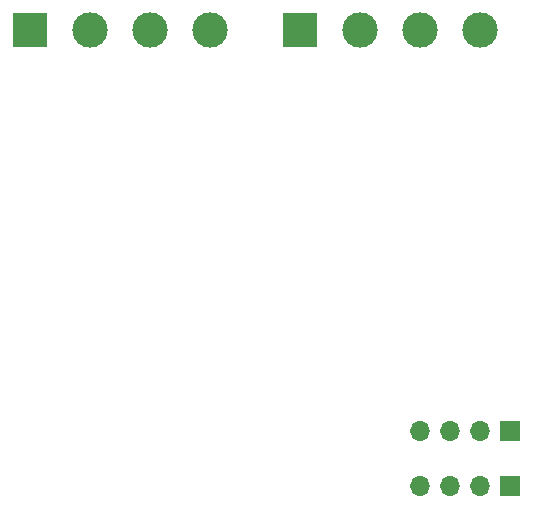
<source format=gbs>
%TF.GenerationSoftware,KiCad,Pcbnew,7.0.10*%
%TF.CreationDate,2024-02-22T18:12:09-06:00*%
%TF.ProjectId,Sabertoothv2,53616265-7274-46f6-9f74-6876322e6b69,rev?*%
%TF.SameCoordinates,Original*%
%TF.FileFunction,Soldermask,Bot*%
%TF.FilePolarity,Negative*%
%FSLAX46Y46*%
G04 Gerber Fmt 4.6, Leading zero omitted, Abs format (unit mm)*
G04 Created by KiCad (PCBNEW 7.0.10) date 2024-02-22 18:12:09*
%MOMM*%
%LPD*%
G01*
G04 APERTURE LIST*
%ADD10R,3.000000X3.000000*%
%ADD11C,3.000000*%
%ADD12R,1.700000X1.700000*%
%ADD13O,1.700000X1.700000*%
G04 APERTURE END LIST*
D10*
X50800000Y-30480000D03*
D11*
X55880000Y-30480000D03*
X60960000Y-30480000D03*
X66040000Y-30480000D03*
D10*
X27940000Y-30480000D03*
D11*
X33020000Y-30480000D03*
X38100000Y-30480000D03*
X43180000Y-30480000D03*
D12*
X68580000Y-64438000D03*
D13*
X66040000Y-64438000D03*
X63500000Y-64438000D03*
X60960000Y-64438000D03*
D12*
X68580000Y-69088000D03*
D13*
X66040000Y-69088000D03*
X63500000Y-69088000D03*
X60960000Y-69088000D03*
M02*

</source>
